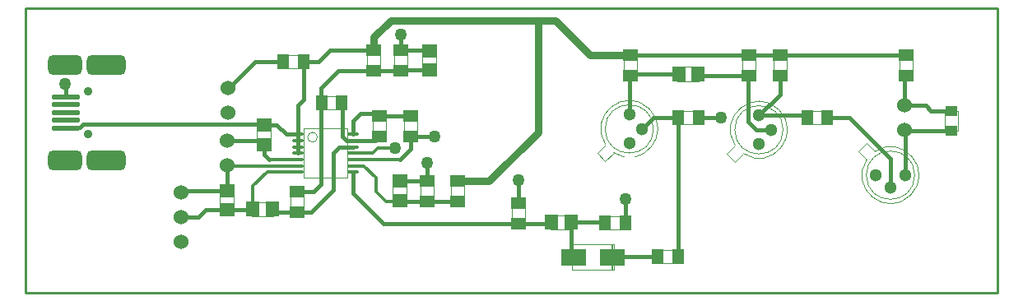
<source format=gtl>
G04 Layer_Physical_Order=1*
G04 Layer_Color=255*
%FSLAX43Y43*%
%MOMM*%
G71*
G01*
G75*
%ADD10R,1.250X1.500*%
%ADD11R,1.500X1.250*%
%ADD12R,1.200X1.100*%
%ADD13R,2.500X1.700*%
%ADD14R,1.350X1.550*%
%ADD15R,1.550X1.350*%
%ADD16O,1.250X0.350*%
G04:AMPARAMS|DCode=17|XSize=2.8mm|YSize=0.5mm|CornerRadius=0.125mm|HoleSize=0mm|Usage=FLASHONLY|Rotation=0.000|XOffset=0mm|YOffset=0mm|HoleType=Round|Shape=RoundedRectangle|*
%AMROUNDEDRECTD17*
21,1,2.800,0.250,0,0,0.0*
21,1,2.550,0.500,0,0,0.0*
1,1,0.250,1.275,-0.125*
1,1,0.250,-1.275,-0.125*
1,1,0.250,-1.275,0.125*
1,1,0.250,1.275,0.125*
%
%ADD17ROUNDEDRECTD17*%
G04:AMPARAMS|DCode=18|XSize=3.5mm|YSize=2.05mm|CornerRadius=0.512mm|HoleSize=0mm|Usage=FLASHONLY|Rotation=0.000|XOffset=0mm|YOffset=0mm|HoleType=Round|Shape=RoundedRectangle|*
%AMROUNDEDRECTD18*
21,1,3.500,1.025,0,0,0.0*
21,1,2.475,2.050,0,0,0.0*
1,1,1.025,1.238,-0.512*
1,1,1.025,-1.238,-0.512*
1,1,1.025,-1.238,0.512*
1,1,1.025,1.238,0.512*
%
%ADD18ROUNDEDRECTD18*%
G04:AMPARAMS|DCode=19|XSize=4mm|YSize=2.05mm|CornerRadius=0.512mm|HoleSize=0mm|Usage=FLASHONLY|Rotation=0.000|XOffset=0mm|YOffset=0mm|HoleType=Round|Shape=RoundedRectangle|*
%AMROUNDEDRECTD19*
21,1,4.000,1.025,0,0,0.0*
21,1,2.975,2.050,0,0,0.0*
1,1,1.025,1.488,-0.512*
1,1,1.025,-1.488,-0.512*
1,1,1.025,-1.488,0.512*
1,1,1.025,1.488,0.512*
%
%ADD19ROUNDEDRECTD19*%
G04:AMPARAMS|DCode=20|XSize=3.5mm|YSize=2.05mm|CornerRadius=0.512mm|HoleSize=0mm|Usage=FLASHONLY|Rotation=0.000|XOffset=0mm|YOffset=0mm|HoleType=Round|Shape=RoundedRectangle|*
%AMROUNDEDRECTD20*
21,1,3.500,1.025,0,0,0.0*
21,1,2.475,2.050,0,0,0.0*
1,1,1.025,1.238,-0.512*
1,1,1.025,-1.238,-0.512*
1,1,1.025,-1.238,0.512*
1,1,1.025,1.238,0.512*
%
%ADD20ROUNDEDRECTD20*%
%ADD21C,0.762*%
%ADD22C,0.381*%
%ADD23C,0.305*%
%ADD24C,0.254*%
%ADD25C,0.100*%
%ADD26R,0.232X2.616*%
%ADD27C,1.300*%
%ADD28C,1.524*%
%ADD29C,0.900*%
%ADD30C,1.270*%
D10*
X69233Y18034D02*
D03*
X67133D02*
D03*
X32537Y19533D02*
D03*
X30437D02*
D03*
X28625Y23749D02*
D03*
X26525D02*
D03*
X61714Y7189D02*
D03*
X59614D02*
D03*
X67124Y3683D02*
D03*
X65024D02*
D03*
X82482Y18009D02*
D03*
X80382D02*
D03*
D11*
X74422Y22352D02*
D03*
Y24452D02*
D03*
X77597Y22352D02*
D03*
Y24452D02*
D03*
X38608Y22860D02*
D03*
Y24960D02*
D03*
X62230Y22352D02*
D03*
Y24452D02*
D03*
X90551Y22352D02*
D03*
Y24452D02*
D03*
X27940Y10414D02*
D03*
Y8314D02*
D03*
X36373Y18153D02*
D03*
Y16053D02*
D03*
X35814Y24960D02*
D03*
Y22860D02*
D03*
X39624Y18153D02*
D03*
Y16053D02*
D03*
X50704Y9189D02*
D03*
Y7089D02*
D03*
X41274Y11505D02*
D03*
Y9405D02*
D03*
X44449Y11505D02*
D03*
Y9405D02*
D03*
D12*
X95250Y16625D02*
D03*
Y18725D02*
D03*
D13*
X56369Y3632D02*
D03*
X60369D02*
D03*
D14*
X56110Y7239D02*
D03*
X54110D02*
D03*
X67183Y22502D02*
D03*
X69183D02*
D03*
X23400Y8609D02*
D03*
X25400D02*
D03*
D15*
X24511Y17256D02*
D03*
Y15256D02*
D03*
X20701Y10509D02*
D03*
Y8509D02*
D03*
X41529Y22910D02*
D03*
Y24910D02*
D03*
X38480Y9455D02*
D03*
Y11455D02*
D03*
D16*
X33686Y12401D02*
D03*
Y13051D02*
D03*
Y13701D02*
D03*
Y14351D02*
D03*
Y15001D02*
D03*
Y15651D02*
D03*
Y16301D02*
D03*
X28036Y12401D02*
D03*
Y13051D02*
D03*
Y13701D02*
D03*
Y14351D02*
D03*
Y15001D02*
D03*
Y15651D02*
D03*
Y16301D02*
D03*
D17*
X4101Y18532D02*
D03*
Y20132D02*
D03*
Y19332D02*
D03*
Y16932D02*
D03*
Y17732D02*
D03*
D18*
X4076Y23457D02*
D03*
D19*
X8326D02*
D03*
Y13607D02*
D03*
D20*
X4076D02*
D03*
D21*
X37541Y28016D02*
X52705D01*
X35814Y26289D02*
X37541Y28016D01*
X52705Y16510D02*
Y28016D01*
X54534D01*
X58098Y24452D01*
X62230D01*
X35814Y24960D02*
Y26289D01*
X47700Y11505D02*
X52705Y16510D01*
X44449Y11505D02*
X47700D01*
D22*
X24402Y17336D02*
X24511Y17227D01*
X30353Y11176D02*
Y21082D01*
X29591Y10414D02*
X30353Y11176D01*
Y21082D02*
X32131Y22860D01*
X5910Y17336D02*
X24402D01*
X5612Y17038D02*
X5910Y17336D01*
X20828Y20955D02*
X23622Y23749D01*
X74343Y17604D02*
Y22352D01*
X4207Y17038D02*
X5612D01*
X4101Y16932D02*
X4207Y17038D01*
X61714Y9644D02*
X61722Y9652D01*
X61714Y7189D02*
Y9644D01*
X24511Y14224D02*
Y15256D01*
Y15621D01*
X41274Y13335D02*
X41275D01*
X38480Y11455D02*
Y11505D01*
X38608Y24960D02*
Y26543D01*
X4064Y21463D02*
X4101D01*
X28625Y19862D02*
Y23749D01*
X28036Y19273D02*
X28625Y19862D01*
X28036Y16301D02*
Y19273D01*
Y15651D02*
Y16301D01*
Y15001D02*
Y15651D01*
Y14351D02*
Y15001D01*
X69333Y22352D02*
X74343D01*
X74422D01*
X74343Y17604D02*
X75184Y16764D01*
X76708D01*
X69233Y18034D02*
X71501D01*
X60369Y3632D02*
X60420Y3683D01*
X65024D01*
X67124Y12106D02*
X67133Y12115D01*
X67124Y3683D02*
Y12106D01*
X32131Y22860D02*
X35814D01*
X24511Y17256D02*
X25848D01*
X26803Y16301D01*
X50704Y11557D02*
Y11932D01*
Y9189D02*
Y11557D01*
X39624Y16053D02*
X42037D01*
X26803Y16301D02*
X28036D01*
X67133Y12115D02*
Y18034D01*
X82482Y18009D02*
X84760D01*
X88976Y13792D01*
Y10820D02*
Y13792D01*
X90500Y16688D02*
X90563Y16625D01*
X90424Y16764D02*
X90500Y16688D01*
Y12102D02*
Y16688D01*
X90424Y19304D02*
X92583D01*
X93162Y18725D01*
X95250D01*
X90563Y16625D02*
X95250D01*
X90424Y22225D02*
X90551Y22352D01*
X90424Y19304D02*
Y22225D01*
X77597Y24452D02*
X90551D01*
X80142Y18249D02*
X80382Y18009D01*
X75438Y18249D02*
X80142D01*
X77597Y20408D02*
Y22352D01*
X75438Y18249D02*
X77597Y20408D01*
X75223Y18034D02*
X75438Y18249D01*
X64555Y18034D02*
X67133D01*
X63373Y16852D02*
X64555Y18034D01*
X69183Y22502D02*
X69333Y22352D01*
X74422Y24452D02*
X77597D01*
X62230D02*
X74422D01*
X62230Y22352D02*
X62380Y22502D01*
X62103Y22225D02*
X62230Y22352D01*
X62380Y22502D02*
X67183D01*
X62103Y18337D02*
Y22225D01*
X32512Y19533D02*
X32617Y19428D01*
Y16044D02*
Y19428D01*
X38517Y13701D02*
X39624Y14808D01*
Y16053D01*
X23622Y23749D02*
X26525D01*
X38329Y7089D02*
X50704D01*
X36828D02*
X38329D01*
X38354Y7064D01*
X33686Y10231D02*
Y12401D01*
Y10231D02*
X36828Y7089D01*
X59564Y7239D02*
X59614Y7189D01*
X56110Y7239D02*
X59564D01*
X56110Y3891D02*
X56369Y3632D01*
X56110Y3891D02*
Y7239D01*
X53960Y7089D02*
X54110Y7239D01*
X50704Y7089D02*
X53960D01*
X38480Y9455D02*
X38530Y9405D01*
X41274D01*
X44449D01*
X31310Y24960D02*
X35814D01*
X30099Y23749D02*
X31310Y24960D01*
X28625Y23749D02*
X30099D01*
X41479Y24960D02*
X41529Y24910D01*
X38608Y24960D02*
X41479D01*
X38608Y22860D02*
X38658Y22910D01*
X41529D01*
X35814Y22860D02*
X38608D01*
X36373Y18153D02*
X39624D01*
X35971Y15651D02*
X36373Y16053D01*
X33686Y15651D02*
X35971D01*
X34417Y18415D02*
X36322D01*
X33010Y15651D02*
X33686D01*
X33706Y16319D02*
Y17704D01*
X34417Y18415D01*
X32617Y16044D02*
X33010Y15651D01*
X32273Y15001D02*
X33686D01*
X31623Y14351D02*
X32273Y15001D01*
X31623Y10541D02*
Y14351D01*
X29396Y8314D02*
X31623Y10541D01*
X27940Y8314D02*
X29396D01*
X25400Y8609D02*
X25695Y8314D01*
X27940D01*
Y10414D02*
X29591D01*
X16002Y7747D02*
X17780D01*
X18542Y8509D01*
X20701D01*
Y10509D02*
Y13081D01*
X16002Y10287D02*
X16224Y10509D01*
X20701D01*
X23300Y8509D02*
X23400Y8609D01*
X20701Y8509D02*
X23300D01*
X20701Y13081D02*
X20731Y13051D01*
X24511Y14224D02*
X25034Y13701D01*
X4101Y20132D02*
Y21463D01*
X20701Y15621D02*
X24511D01*
X38480Y11505D02*
X41274D01*
Y13335D01*
D23*
X36195Y14859D02*
X37973D01*
X35687Y14351D02*
X36195Y14859D01*
X33686Y14351D02*
X35687D01*
X33686Y13701D02*
X38517D01*
X23400Y8609D02*
Y10954D01*
X24847Y12401D01*
X28036D01*
X20731Y13051D02*
X28036D01*
X25034Y13701D02*
X28036D01*
X33686Y13051D02*
X34828D01*
X36068Y11811D01*
Y10414D02*
Y11811D01*
Y10414D02*
X37084Y9398D01*
X38608D01*
D24*
X508Y0D02*
X100000D01*
Y29238D01*
X0D02*
X100000D01*
X0Y0D02*
Y29238D01*
Y0D02*
X508D01*
D25*
X86541Y13702D02*
G03*
X87369Y14528I2435J-1611D01*
G01*
X91461Y12090D02*
G03*
X91461Y12090I-2485J0D01*
G01*
X60492Y14417D02*
G03*
X59665Y15245I1611J2435D01*
G01*
X64588Y16852D02*
G03*
X64588Y16852I-2485J0D01*
G01*
X73827Y14329D02*
G03*
X73000Y15157I1611J2435D01*
G01*
X77923Y16764D02*
G03*
X77923Y16764I-2485J0D01*
G01*
X30011Y16001D02*
G03*
X30011Y16001I-500J0D01*
G01*
X86513Y15384D02*
X87369Y14528D01*
X85686Y14557D02*
X86513Y15384D01*
X85686Y14557D02*
X86542Y13701D01*
X67083Y17359D02*
X69283D01*
X67083Y18709D02*
X69283D01*
Y17359D02*
Y18709D01*
X67083Y17359D02*
Y18709D01*
X58810Y14389D02*
X59665Y15245D01*
X58810Y14389D02*
X59637Y13562D01*
X60492Y14417D01*
X72145Y14301D02*
X73000Y15157D01*
X72145Y14301D02*
X72972Y13474D01*
X73827Y14329D01*
X73747Y22302D02*
Y24502D01*
X75097Y22302D02*
Y24502D01*
X73747Y22302D02*
X75097D01*
X73747Y24502D02*
X75097D01*
X76922Y22302D02*
Y24502D01*
X78272Y22302D02*
Y24502D01*
X76922Y22302D02*
X78272D01*
X76922Y24502D02*
X78272D01*
X94575Y16625D02*
X95925D01*
X94575Y18725D02*
X95925D01*
X94575Y16625D02*
Y18725D01*
X95925Y16625D02*
Y18725D01*
X56219Y4935D02*
X60519D01*
X56219Y2330D02*
Y4935D01*
X60519Y2330D02*
Y4935D01*
X56219Y2330D02*
X60519D01*
X30387Y18858D02*
X32587D01*
X30387Y20208D02*
X32587D01*
Y18858D02*
Y20208D01*
X30387Y18858D02*
Y20208D01*
X37933Y22810D02*
Y25010D01*
X39283Y22810D02*
Y25010D01*
X37933Y22810D02*
X39283D01*
X37933Y25010D02*
X39283D01*
X26475Y23074D02*
X28675D01*
X26475Y24424D02*
X28675D01*
Y23074D02*
Y24424D01*
X26475Y23074D02*
Y24424D01*
X59564Y6514D02*
X61764D01*
X59564Y7864D02*
X61764D01*
Y6514D02*
Y7864D01*
X59564Y6514D02*
Y7864D01*
X64974Y3008D02*
X67174D01*
X64974Y4358D02*
X67174D01*
Y3008D02*
Y4358D01*
X64974Y3008D02*
Y4358D01*
X54010Y6514D02*
X56210D01*
X54010Y7964D02*
X56210D01*
Y6514D02*
Y7964D01*
X54010Y6514D02*
Y7964D01*
X67083Y23227D02*
X69283D01*
X67083Y21777D02*
X69283D01*
X67083D02*
Y23227D01*
X69283Y21777D02*
Y23227D01*
X80332Y17334D02*
X82532D01*
X80332Y18684D02*
X82532D01*
Y17334D02*
Y18684D01*
X80332Y17334D02*
Y18684D01*
X61555Y22302D02*
Y24502D01*
X62905Y22302D02*
Y24502D01*
X61555Y22302D02*
X62905D01*
X61555Y24502D02*
X62905D01*
X89876Y22302D02*
Y24502D01*
X91226Y22302D02*
Y24502D01*
X89876Y22302D02*
X91226D01*
X89876Y24502D02*
X91226D01*
X25236Y15156D02*
Y17356D01*
X23786Y15156D02*
Y17356D01*
X25236D01*
X23786Y15156D02*
X25236D01*
X28611Y11801D02*
X33111D01*
X28611Y16901D02*
X33111D01*
Y11801D02*
Y16901D01*
X28611Y11801D02*
Y16901D01*
X21426Y8409D02*
Y10609D01*
X19976Y8409D02*
Y10609D01*
X21426D01*
X19976Y8409D02*
X21426D01*
X23300Y9334D02*
X25500D01*
X23300Y7884D02*
X25500D01*
X23300D02*
Y9334D01*
X25500Y7884D02*
Y9334D01*
X28615Y8264D02*
Y10464D01*
X27265Y8264D02*
Y10464D01*
X28615D01*
X27265Y8264D02*
X28615D01*
X40804Y22810D02*
Y25010D01*
X42254Y22810D02*
Y25010D01*
X40804Y22810D02*
X42254D01*
X40804Y25010D02*
X42254D01*
X37048Y16003D02*
Y18203D01*
X35698Y16003D02*
Y18203D01*
X37048D01*
X35698Y16003D02*
X37048D01*
X36489Y22810D02*
Y25010D01*
X35139Y22810D02*
Y25010D01*
X36489D01*
X35139Y22810D02*
X36489D01*
X40299Y16003D02*
Y18203D01*
X38949Y16003D02*
Y18203D01*
X40299D01*
X38949Y16003D02*
X40299D01*
X51379Y7039D02*
Y9239D01*
X50029Y7039D02*
Y9239D01*
X51379D01*
X50029Y7039D02*
X51379D01*
X37755Y9355D02*
Y11555D01*
X39205Y9355D02*
Y11555D01*
X37755Y9355D02*
X39205D01*
X37755Y11555D02*
X39205D01*
X41949Y9355D02*
Y11555D01*
X40599Y9355D02*
Y11555D01*
X41949D01*
X40599Y9355D02*
X41949D01*
X45124D02*
Y11555D01*
X43774Y9355D02*
Y11555D01*
X45124D01*
X43774Y9355D02*
X45124D01*
D26*
X60372Y3620D02*
D03*
D27*
X90461Y12090D02*
D03*
X88976Y10820D02*
D03*
X87491Y12090D02*
D03*
X62103Y18337D02*
D03*
X63373Y16852D02*
D03*
X62103Y15367D02*
D03*
X75438Y18249D02*
D03*
X76708Y16764D02*
D03*
X75438Y15279D02*
D03*
D28*
X90424Y16764D02*
D03*
Y19304D02*
D03*
X20701Y13081D02*
D03*
Y15621D02*
D03*
X20828Y18542D02*
D03*
Y21082D02*
D03*
X16002Y5207D02*
D03*
Y7747D02*
D03*
Y10287D02*
D03*
D29*
X6426Y20732D02*
D03*
Y16332D02*
D03*
D30*
X61722Y9652D02*
D03*
X37973Y14859D02*
D03*
X41275Y13335D02*
D03*
X38608Y26543D02*
D03*
X4064Y21463D02*
D03*
X71501Y18034D02*
D03*
X50704Y11557D02*
D03*
X42037Y16053D02*
D03*
M02*

</source>
